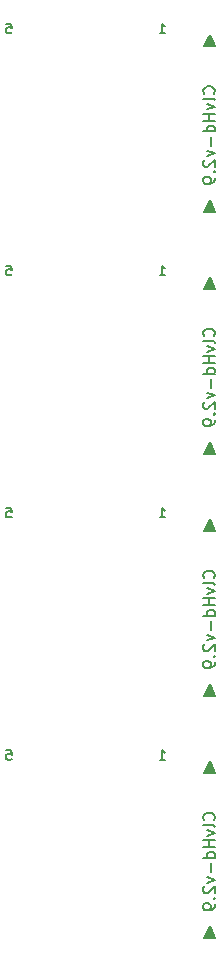
<source format=gbr>
%TF.GenerationSoftware,KiCad,Pcbnew,7.0.2-6a45011f42~172~ubuntu22.04.1*%
%TF.CreationDate,2023-05-08T14:44:33+01:00*%
%TF.ProjectId,panel,70616e65-6c2e-46b6-9963-61645f706362,rev?*%
%TF.SameCoordinates,Original*%
%TF.FileFunction,Legend,Bot*%
%TF.FilePolarity,Positive*%
%FSLAX46Y46*%
G04 Gerber Fmt 4.6, Leading zero omitted, Abs format (unit mm)*
G04 Created by KiCad (PCBNEW 7.0.2-6a45011f42~172~ubuntu22.04.1) date 2023-05-08 14:44:33*
%MOMM*%
%LPD*%
G01*
G04 APERTURE LIST*
%ADD10C,0.127000*%
%ADD11C,0.152400*%
%ADD12C,1.500000*%
%ADD13C,1.000000*%
%ADD14C,0.400000*%
%ADD15C,2.000000*%
G04 APERTURE END LIST*
D10*
X28367382Y-75000002D02*
X28415002Y-74952383D01*
X28415002Y-74952383D02*
X28462621Y-74809526D01*
X28462621Y-74809526D02*
X28462621Y-74714288D01*
X28462621Y-74714288D02*
X28415002Y-74571431D01*
X28415002Y-74571431D02*
X28319763Y-74476193D01*
X28319763Y-74476193D02*
X28224525Y-74428574D01*
X28224525Y-74428574D02*
X28034049Y-74380955D01*
X28034049Y-74380955D02*
X27891192Y-74380955D01*
X27891192Y-74380955D02*
X27700716Y-74428574D01*
X27700716Y-74428574D02*
X27605478Y-74476193D01*
X27605478Y-74476193D02*
X27510240Y-74571431D01*
X27510240Y-74571431D02*
X27462621Y-74714288D01*
X27462621Y-74714288D02*
X27462621Y-74809526D01*
X27462621Y-74809526D02*
X27510240Y-74952383D01*
X27510240Y-74952383D02*
X27557859Y-75000002D01*
X28462621Y-75571431D02*
X28415002Y-75476193D01*
X28415002Y-75476193D02*
X28319763Y-75428574D01*
X28319763Y-75428574D02*
X27462621Y-75428574D01*
X27795954Y-75857146D02*
X28462621Y-76095241D01*
X28462621Y-76095241D02*
X27795954Y-76333336D01*
X28462621Y-76714289D02*
X27462621Y-76714289D01*
X27938811Y-76714289D02*
X27938811Y-77285717D01*
X28462621Y-77285717D02*
X27462621Y-77285717D01*
X28462621Y-78190479D02*
X27462621Y-78190479D01*
X28415002Y-78190479D02*
X28462621Y-78095241D01*
X28462621Y-78095241D02*
X28462621Y-77904765D01*
X28462621Y-77904765D02*
X28415002Y-77809527D01*
X28415002Y-77809527D02*
X28367382Y-77761908D01*
X28367382Y-77761908D02*
X28272144Y-77714289D01*
X28272144Y-77714289D02*
X27986430Y-77714289D01*
X27986430Y-77714289D02*
X27891192Y-77761908D01*
X27891192Y-77761908D02*
X27843573Y-77809527D01*
X27843573Y-77809527D02*
X27795954Y-77904765D01*
X27795954Y-77904765D02*
X27795954Y-78095241D01*
X27795954Y-78095241D02*
X27843573Y-78190479D01*
X28081668Y-78666670D02*
X28081668Y-79428575D01*
X27795954Y-79809527D02*
X28462621Y-80047622D01*
X28462621Y-80047622D02*
X27795954Y-80285717D01*
X27557859Y-80619051D02*
X27510240Y-80666670D01*
X27510240Y-80666670D02*
X27462621Y-80761908D01*
X27462621Y-80761908D02*
X27462621Y-81000003D01*
X27462621Y-81000003D02*
X27510240Y-81095241D01*
X27510240Y-81095241D02*
X27557859Y-81142860D01*
X27557859Y-81142860D02*
X27653097Y-81190479D01*
X27653097Y-81190479D02*
X27748335Y-81190479D01*
X27748335Y-81190479D02*
X27891192Y-81142860D01*
X27891192Y-81142860D02*
X28462621Y-80571432D01*
X28462621Y-80571432D02*
X28462621Y-81190479D01*
X28367382Y-81619051D02*
X28415002Y-81666670D01*
X28415002Y-81666670D02*
X28462621Y-81619051D01*
X28462621Y-81619051D02*
X28415002Y-81571432D01*
X28415002Y-81571432D02*
X28367382Y-81619051D01*
X28367382Y-81619051D02*
X28462621Y-81619051D01*
X28462621Y-82142860D02*
X28462621Y-82333336D01*
X28462621Y-82333336D02*
X28415002Y-82428574D01*
X28415002Y-82428574D02*
X28367382Y-82476193D01*
X28367382Y-82476193D02*
X28224525Y-82571431D01*
X28224525Y-82571431D02*
X28034049Y-82619050D01*
X28034049Y-82619050D02*
X27653097Y-82619050D01*
X27653097Y-82619050D02*
X27557859Y-82571431D01*
X27557859Y-82571431D02*
X27510240Y-82523812D01*
X27510240Y-82523812D02*
X27462621Y-82428574D01*
X27462621Y-82428574D02*
X27462621Y-82238098D01*
X27462621Y-82238098D02*
X27510240Y-82142860D01*
X27510240Y-82142860D02*
X27557859Y-82095241D01*
X27557859Y-82095241D02*
X27653097Y-82047622D01*
X27653097Y-82047622D02*
X27891192Y-82047622D01*
X27891192Y-82047622D02*
X27986430Y-82095241D01*
X27986430Y-82095241D02*
X28034049Y-82142860D01*
X28034049Y-82142860D02*
X28081668Y-82238098D01*
X28081668Y-82238098D02*
X28081668Y-82428574D01*
X28081668Y-82428574D02*
X28034049Y-82523812D01*
X28034049Y-82523812D02*
X27986430Y-82571431D01*
X27986430Y-82571431D02*
X27891192Y-82619050D01*
X28367382Y-54500001D02*
X28415002Y-54452382D01*
X28415002Y-54452382D02*
X28462621Y-54309525D01*
X28462621Y-54309525D02*
X28462621Y-54214287D01*
X28462621Y-54214287D02*
X28415002Y-54071430D01*
X28415002Y-54071430D02*
X28319763Y-53976192D01*
X28319763Y-53976192D02*
X28224525Y-53928573D01*
X28224525Y-53928573D02*
X28034049Y-53880954D01*
X28034049Y-53880954D02*
X27891192Y-53880954D01*
X27891192Y-53880954D02*
X27700716Y-53928573D01*
X27700716Y-53928573D02*
X27605478Y-53976192D01*
X27605478Y-53976192D02*
X27510240Y-54071430D01*
X27510240Y-54071430D02*
X27462621Y-54214287D01*
X27462621Y-54214287D02*
X27462621Y-54309525D01*
X27462621Y-54309525D02*
X27510240Y-54452382D01*
X27510240Y-54452382D02*
X27557859Y-54500001D01*
X28462621Y-55071430D02*
X28415002Y-54976192D01*
X28415002Y-54976192D02*
X28319763Y-54928573D01*
X28319763Y-54928573D02*
X27462621Y-54928573D01*
X27795954Y-55357145D02*
X28462621Y-55595240D01*
X28462621Y-55595240D02*
X27795954Y-55833335D01*
X28462621Y-56214288D02*
X27462621Y-56214288D01*
X27938811Y-56214288D02*
X27938811Y-56785716D01*
X28462621Y-56785716D02*
X27462621Y-56785716D01*
X28462621Y-57690478D02*
X27462621Y-57690478D01*
X28415002Y-57690478D02*
X28462621Y-57595240D01*
X28462621Y-57595240D02*
X28462621Y-57404764D01*
X28462621Y-57404764D02*
X28415002Y-57309526D01*
X28415002Y-57309526D02*
X28367382Y-57261907D01*
X28367382Y-57261907D02*
X28272144Y-57214288D01*
X28272144Y-57214288D02*
X27986430Y-57214288D01*
X27986430Y-57214288D02*
X27891192Y-57261907D01*
X27891192Y-57261907D02*
X27843573Y-57309526D01*
X27843573Y-57309526D02*
X27795954Y-57404764D01*
X27795954Y-57404764D02*
X27795954Y-57595240D01*
X27795954Y-57595240D02*
X27843573Y-57690478D01*
X28081668Y-58166669D02*
X28081668Y-58928574D01*
X27795954Y-59309526D02*
X28462621Y-59547621D01*
X28462621Y-59547621D02*
X27795954Y-59785716D01*
X27557859Y-60119050D02*
X27510240Y-60166669D01*
X27510240Y-60166669D02*
X27462621Y-60261907D01*
X27462621Y-60261907D02*
X27462621Y-60500002D01*
X27462621Y-60500002D02*
X27510240Y-60595240D01*
X27510240Y-60595240D02*
X27557859Y-60642859D01*
X27557859Y-60642859D02*
X27653097Y-60690478D01*
X27653097Y-60690478D02*
X27748335Y-60690478D01*
X27748335Y-60690478D02*
X27891192Y-60642859D01*
X27891192Y-60642859D02*
X28462621Y-60071431D01*
X28462621Y-60071431D02*
X28462621Y-60690478D01*
X28367382Y-61119050D02*
X28415002Y-61166669D01*
X28415002Y-61166669D02*
X28462621Y-61119050D01*
X28462621Y-61119050D02*
X28415002Y-61071431D01*
X28415002Y-61071431D02*
X28367382Y-61119050D01*
X28367382Y-61119050D02*
X28462621Y-61119050D01*
X28462621Y-61642859D02*
X28462621Y-61833335D01*
X28462621Y-61833335D02*
X28415002Y-61928573D01*
X28415002Y-61928573D02*
X28367382Y-61976192D01*
X28367382Y-61976192D02*
X28224525Y-62071430D01*
X28224525Y-62071430D02*
X28034049Y-62119049D01*
X28034049Y-62119049D02*
X27653097Y-62119049D01*
X27653097Y-62119049D02*
X27557859Y-62071430D01*
X27557859Y-62071430D02*
X27510240Y-62023811D01*
X27510240Y-62023811D02*
X27462621Y-61928573D01*
X27462621Y-61928573D02*
X27462621Y-61738097D01*
X27462621Y-61738097D02*
X27510240Y-61642859D01*
X27510240Y-61642859D02*
X27557859Y-61595240D01*
X27557859Y-61595240D02*
X27653097Y-61547621D01*
X27653097Y-61547621D02*
X27891192Y-61547621D01*
X27891192Y-61547621D02*
X27986430Y-61595240D01*
X27986430Y-61595240D02*
X28034049Y-61642859D01*
X28034049Y-61642859D02*
X28081668Y-61738097D01*
X28081668Y-61738097D02*
X28081668Y-61928573D01*
X28081668Y-61928573D02*
X28034049Y-62023811D01*
X28034049Y-62023811D02*
X27986430Y-62071430D01*
X27986430Y-62071430D02*
X27891192Y-62119049D01*
X23767771Y-8376017D02*
X24232228Y-8376017D01*
X24000000Y-8376017D02*
X24000000Y-7563217D01*
X24000000Y-7563217D02*
X24077409Y-7679332D01*
X24077409Y-7679332D02*
X24154819Y-7756741D01*
X24154819Y-7756741D02*
X24232228Y-7795446D01*
X23767771Y-28876018D02*
X24232228Y-28876018D01*
X24000000Y-28876018D02*
X24000000Y-28063218D01*
X24000000Y-28063218D02*
X24077409Y-28179333D01*
X24077409Y-28179333D02*
X24154819Y-28256742D01*
X24154819Y-28256742D02*
X24232228Y-28295447D01*
X10806476Y-48563219D02*
X11193524Y-48563219D01*
X11193524Y-48563219D02*
X11232228Y-48950267D01*
X11232228Y-48950267D02*
X11193524Y-48911562D01*
X11193524Y-48911562D02*
X11116114Y-48872857D01*
X11116114Y-48872857D02*
X10922590Y-48872857D01*
X10922590Y-48872857D02*
X10845181Y-48911562D01*
X10845181Y-48911562D02*
X10806476Y-48950267D01*
X10806476Y-48950267D02*
X10767771Y-49027676D01*
X10767771Y-49027676D02*
X10767771Y-49221200D01*
X10767771Y-49221200D02*
X10806476Y-49298610D01*
X10806476Y-49298610D02*
X10845181Y-49337315D01*
X10845181Y-49337315D02*
X10922590Y-49376019D01*
X10922590Y-49376019D02*
X11116114Y-49376019D01*
X11116114Y-49376019D02*
X11193524Y-49337315D01*
X11193524Y-49337315D02*
X11232228Y-49298610D01*
X28367382Y-13499999D02*
X28415002Y-13452380D01*
X28415002Y-13452380D02*
X28462621Y-13309523D01*
X28462621Y-13309523D02*
X28462621Y-13214285D01*
X28462621Y-13214285D02*
X28415002Y-13071428D01*
X28415002Y-13071428D02*
X28319763Y-12976190D01*
X28319763Y-12976190D02*
X28224525Y-12928571D01*
X28224525Y-12928571D02*
X28034049Y-12880952D01*
X28034049Y-12880952D02*
X27891192Y-12880952D01*
X27891192Y-12880952D02*
X27700716Y-12928571D01*
X27700716Y-12928571D02*
X27605478Y-12976190D01*
X27605478Y-12976190D02*
X27510240Y-13071428D01*
X27510240Y-13071428D02*
X27462621Y-13214285D01*
X27462621Y-13214285D02*
X27462621Y-13309523D01*
X27462621Y-13309523D02*
X27510240Y-13452380D01*
X27510240Y-13452380D02*
X27557859Y-13499999D01*
X28462621Y-14071428D02*
X28415002Y-13976190D01*
X28415002Y-13976190D02*
X28319763Y-13928571D01*
X28319763Y-13928571D02*
X27462621Y-13928571D01*
X27795954Y-14357143D02*
X28462621Y-14595238D01*
X28462621Y-14595238D02*
X27795954Y-14833333D01*
X28462621Y-15214286D02*
X27462621Y-15214286D01*
X27938811Y-15214286D02*
X27938811Y-15785714D01*
X28462621Y-15785714D02*
X27462621Y-15785714D01*
X28462621Y-16690476D02*
X27462621Y-16690476D01*
X28415002Y-16690476D02*
X28462621Y-16595238D01*
X28462621Y-16595238D02*
X28462621Y-16404762D01*
X28462621Y-16404762D02*
X28415002Y-16309524D01*
X28415002Y-16309524D02*
X28367382Y-16261905D01*
X28367382Y-16261905D02*
X28272144Y-16214286D01*
X28272144Y-16214286D02*
X27986430Y-16214286D01*
X27986430Y-16214286D02*
X27891192Y-16261905D01*
X27891192Y-16261905D02*
X27843573Y-16309524D01*
X27843573Y-16309524D02*
X27795954Y-16404762D01*
X27795954Y-16404762D02*
X27795954Y-16595238D01*
X27795954Y-16595238D02*
X27843573Y-16690476D01*
X28081668Y-17166667D02*
X28081668Y-17928572D01*
X27795954Y-18309524D02*
X28462621Y-18547619D01*
X28462621Y-18547619D02*
X27795954Y-18785714D01*
X27557859Y-19119048D02*
X27510240Y-19166667D01*
X27510240Y-19166667D02*
X27462621Y-19261905D01*
X27462621Y-19261905D02*
X27462621Y-19500000D01*
X27462621Y-19500000D02*
X27510240Y-19595238D01*
X27510240Y-19595238D02*
X27557859Y-19642857D01*
X27557859Y-19642857D02*
X27653097Y-19690476D01*
X27653097Y-19690476D02*
X27748335Y-19690476D01*
X27748335Y-19690476D02*
X27891192Y-19642857D01*
X27891192Y-19642857D02*
X28462621Y-19071429D01*
X28462621Y-19071429D02*
X28462621Y-19690476D01*
X28367382Y-20119048D02*
X28415002Y-20166667D01*
X28415002Y-20166667D02*
X28462621Y-20119048D01*
X28462621Y-20119048D02*
X28415002Y-20071429D01*
X28415002Y-20071429D02*
X28367382Y-20119048D01*
X28367382Y-20119048D02*
X28462621Y-20119048D01*
X28462621Y-20642857D02*
X28462621Y-20833333D01*
X28462621Y-20833333D02*
X28415002Y-20928571D01*
X28415002Y-20928571D02*
X28367382Y-20976190D01*
X28367382Y-20976190D02*
X28224525Y-21071428D01*
X28224525Y-21071428D02*
X28034049Y-21119047D01*
X28034049Y-21119047D02*
X27653097Y-21119047D01*
X27653097Y-21119047D02*
X27557859Y-21071428D01*
X27557859Y-21071428D02*
X27510240Y-21023809D01*
X27510240Y-21023809D02*
X27462621Y-20928571D01*
X27462621Y-20928571D02*
X27462621Y-20738095D01*
X27462621Y-20738095D02*
X27510240Y-20642857D01*
X27510240Y-20642857D02*
X27557859Y-20595238D01*
X27557859Y-20595238D02*
X27653097Y-20547619D01*
X27653097Y-20547619D02*
X27891192Y-20547619D01*
X27891192Y-20547619D02*
X27986430Y-20595238D01*
X27986430Y-20595238D02*
X28034049Y-20642857D01*
X28034049Y-20642857D02*
X28081668Y-20738095D01*
X28081668Y-20738095D02*
X28081668Y-20928571D01*
X28081668Y-20928571D02*
X28034049Y-21023809D01*
X28034049Y-21023809D02*
X27986430Y-21071428D01*
X27986430Y-21071428D02*
X27891192Y-21119047D01*
X28367382Y-34000000D02*
X28415002Y-33952381D01*
X28415002Y-33952381D02*
X28462621Y-33809524D01*
X28462621Y-33809524D02*
X28462621Y-33714286D01*
X28462621Y-33714286D02*
X28415002Y-33571429D01*
X28415002Y-33571429D02*
X28319763Y-33476191D01*
X28319763Y-33476191D02*
X28224525Y-33428572D01*
X28224525Y-33428572D02*
X28034049Y-33380953D01*
X28034049Y-33380953D02*
X27891192Y-33380953D01*
X27891192Y-33380953D02*
X27700716Y-33428572D01*
X27700716Y-33428572D02*
X27605478Y-33476191D01*
X27605478Y-33476191D02*
X27510240Y-33571429D01*
X27510240Y-33571429D02*
X27462621Y-33714286D01*
X27462621Y-33714286D02*
X27462621Y-33809524D01*
X27462621Y-33809524D02*
X27510240Y-33952381D01*
X27510240Y-33952381D02*
X27557859Y-34000000D01*
X28462621Y-34571429D02*
X28415002Y-34476191D01*
X28415002Y-34476191D02*
X28319763Y-34428572D01*
X28319763Y-34428572D02*
X27462621Y-34428572D01*
X27795954Y-34857144D02*
X28462621Y-35095239D01*
X28462621Y-35095239D02*
X27795954Y-35333334D01*
X28462621Y-35714287D02*
X27462621Y-35714287D01*
X27938811Y-35714287D02*
X27938811Y-36285715D01*
X28462621Y-36285715D02*
X27462621Y-36285715D01*
X28462621Y-37190477D02*
X27462621Y-37190477D01*
X28415002Y-37190477D02*
X28462621Y-37095239D01*
X28462621Y-37095239D02*
X28462621Y-36904763D01*
X28462621Y-36904763D02*
X28415002Y-36809525D01*
X28415002Y-36809525D02*
X28367382Y-36761906D01*
X28367382Y-36761906D02*
X28272144Y-36714287D01*
X28272144Y-36714287D02*
X27986430Y-36714287D01*
X27986430Y-36714287D02*
X27891192Y-36761906D01*
X27891192Y-36761906D02*
X27843573Y-36809525D01*
X27843573Y-36809525D02*
X27795954Y-36904763D01*
X27795954Y-36904763D02*
X27795954Y-37095239D01*
X27795954Y-37095239D02*
X27843573Y-37190477D01*
X28081668Y-37666668D02*
X28081668Y-38428573D01*
X27795954Y-38809525D02*
X28462621Y-39047620D01*
X28462621Y-39047620D02*
X27795954Y-39285715D01*
X27557859Y-39619049D02*
X27510240Y-39666668D01*
X27510240Y-39666668D02*
X27462621Y-39761906D01*
X27462621Y-39761906D02*
X27462621Y-40000001D01*
X27462621Y-40000001D02*
X27510240Y-40095239D01*
X27510240Y-40095239D02*
X27557859Y-40142858D01*
X27557859Y-40142858D02*
X27653097Y-40190477D01*
X27653097Y-40190477D02*
X27748335Y-40190477D01*
X27748335Y-40190477D02*
X27891192Y-40142858D01*
X27891192Y-40142858D02*
X28462621Y-39571430D01*
X28462621Y-39571430D02*
X28462621Y-40190477D01*
X28367382Y-40619049D02*
X28415002Y-40666668D01*
X28415002Y-40666668D02*
X28462621Y-40619049D01*
X28462621Y-40619049D02*
X28415002Y-40571430D01*
X28415002Y-40571430D02*
X28367382Y-40619049D01*
X28367382Y-40619049D02*
X28462621Y-40619049D01*
X28462621Y-41142858D02*
X28462621Y-41333334D01*
X28462621Y-41333334D02*
X28415002Y-41428572D01*
X28415002Y-41428572D02*
X28367382Y-41476191D01*
X28367382Y-41476191D02*
X28224525Y-41571429D01*
X28224525Y-41571429D02*
X28034049Y-41619048D01*
X28034049Y-41619048D02*
X27653097Y-41619048D01*
X27653097Y-41619048D02*
X27557859Y-41571429D01*
X27557859Y-41571429D02*
X27510240Y-41523810D01*
X27510240Y-41523810D02*
X27462621Y-41428572D01*
X27462621Y-41428572D02*
X27462621Y-41238096D01*
X27462621Y-41238096D02*
X27510240Y-41142858D01*
X27510240Y-41142858D02*
X27557859Y-41095239D01*
X27557859Y-41095239D02*
X27653097Y-41047620D01*
X27653097Y-41047620D02*
X27891192Y-41047620D01*
X27891192Y-41047620D02*
X27986430Y-41095239D01*
X27986430Y-41095239D02*
X28034049Y-41142858D01*
X28034049Y-41142858D02*
X28081668Y-41238096D01*
X28081668Y-41238096D02*
X28081668Y-41428572D01*
X28081668Y-41428572D02*
X28034049Y-41523810D01*
X28034049Y-41523810D02*
X27986430Y-41571429D01*
X27986430Y-41571429D02*
X27891192Y-41619048D01*
X10806476Y-28063218D02*
X11193524Y-28063218D01*
X11193524Y-28063218D02*
X11232228Y-28450266D01*
X11232228Y-28450266D02*
X11193524Y-28411561D01*
X11193524Y-28411561D02*
X11116114Y-28372856D01*
X11116114Y-28372856D02*
X10922590Y-28372856D01*
X10922590Y-28372856D02*
X10845181Y-28411561D01*
X10845181Y-28411561D02*
X10806476Y-28450266D01*
X10806476Y-28450266D02*
X10767771Y-28527675D01*
X10767771Y-28527675D02*
X10767771Y-28721199D01*
X10767771Y-28721199D02*
X10806476Y-28798609D01*
X10806476Y-28798609D02*
X10845181Y-28837314D01*
X10845181Y-28837314D02*
X10922590Y-28876018D01*
X10922590Y-28876018D02*
X11116114Y-28876018D01*
X11116114Y-28876018D02*
X11193524Y-28837314D01*
X11193524Y-28837314D02*
X11232228Y-28798609D01*
X10806476Y-7563217D02*
X11193524Y-7563217D01*
X11193524Y-7563217D02*
X11232228Y-7950265D01*
X11232228Y-7950265D02*
X11193524Y-7911560D01*
X11193524Y-7911560D02*
X11116114Y-7872855D01*
X11116114Y-7872855D02*
X10922590Y-7872855D01*
X10922590Y-7872855D02*
X10845181Y-7911560D01*
X10845181Y-7911560D02*
X10806476Y-7950265D01*
X10806476Y-7950265D02*
X10767771Y-8027674D01*
X10767771Y-8027674D02*
X10767771Y-8221198D01*
X10767771Y-8221198D02*
X10806476Y-8298608D01*
X10806476Y-8298608D02*
X10845181Y-8337313D01*
X10845181Y-8337313D02*
X10922590Y-8376017D01*
X10922590Y-8376017D02*
X11116114Y-8376017D01*
X11116114Y-8376017D02*
X11193524Y-8337313D01*
X11193524Y-8337313D02*
X11232228Y-8298608D01*
X23767771Y-49376019D02*
X24232228Y-49376019D01*
X24000000Y-49376019D02*
X24000000Y-48563219D01*
X24000000Y-48563219D02*
X24077409Y-48679334D01*
X24077409Y-48679334D02*
X24154819Y-48756743D01*
X24154819Y-48756743D02*
X24232228Y-48795448D01*
X23767771Y-69876020D02*
X24232228Y-69876020D01*
X24000000Y-69876020D02*
X24000000Y-69063220D01*
X24000000Y-69063220D02*
X24077409Y-69179335D01*
X24077409Y-69179335D02*
X24154819Y-69256744D01*
X24154819Y-69256744D02*
X24232228Y-69295449D01*
X10806476Y-69063220D02*
X11193524Y-69063220D01*
X11193524Y-69063220D02*
X11232228Y-69450268D01*
X11232228Y-69450268D02*
X11193524Y-69411563D01*
X11193524Y-69411563D02*
X11116114Y-69372858D01*
X11116114Y-69372858D02*
X10922590Y-69372858D01*
X10922590Y-69372858D02*
X10845181Y-69411563D01*
X10845181Y-69411563D02*
X10806476Y-69450268D01*
X10806476Y-69450268D02*
X10767771Y-69527677D01*
X10767771Y-69527677D02*
X10767771Y-69721201D01*
X10767771Y-69721201D02*
X10806476Y-69798611D01*
X10806476Y-69798611D02*
X10845181Y-69837316D01*
X10845181Y-69837316D02*
X10922590Y-69876020D01*
X10922590Y-69876020D02*
X11116114Y-69876020D01*
X11116114Y-69876020D02*
X11193524Y-69837316D01*
X11193524Y-69837316D02*
X11232228Y-69798611D01*
D11*
X28500002Y-64500002D02*
X27500002Y-64500002D01*
X28000002Y-63500002D01*
X28500002Y-64500002D01*
G36*
X28500002Y-64500002D02*
G01*
X27500002Y-64500002D01*
X28000002Y-63500002D01*
X28500002Y-64500002D01*
G37*
X28500002Y-9500000D02*
X27500002Y-9500000D01*
X28000002Y-8500000D01*
X28500002Y-9500000D01*
G36*
X28500002Y-9500000D02*
G01*
X27500002Y-9500000D01*
X28000002Y-8500000D01*
X28500002Y-9500000D01*
G37*
X28500002Y-85000003D02*
X27500002Y-85000003D01*
X28000002Y-84000003D01*
X28500002Y-85000003D01*
G36*
X28500002Y-85000003D02*
G01*
X27500002Y-85000003D01*
X28000002Y-84000003D01*
X28500002Y-85000003D01*
G37*
X28500002Y-44000001D02*
X27500002Y-44000001D01*
X28000002Y-43000001D01*
X28500002Y-44000001D01*
G36*
X28500002Y-44000001D02*
G01*
X27500002Y-44000001D01*
X28000002Y-43000001D01*
X28500002Y-44000001D01*
G37*
X28500002Y-30000001D02*
X27500002Y-30000001D01*
X28000002Y-29000001D01*
X28500002Y-30000001D01*
G36*
X28500002Y-30000001D02*
G01*
X27500002Y-30000001D01*
X28000002Y-29000001D01*
X28500002Y-30000001D01*
G37*
X28500002Y-23500000D02*
X27500002Y-23500000D01*
X28000002Y-22500000D01*
X28500002Y-23500000D01*
G36*
X28500002Y-23500000D02*
G01*
X27500002Y-23500000D01*
X28000002Y-22500000D01*
X28500002Y-23500000D01*
G37*
X28500002Y-50500002D02*
X27500002Y-50500002D01*
X28000002Y-49500002D01*
X28500002Y-50500002D01*
G36*
X28500002Y-50500002D02*
G01*
X27500002Y-50500002D01*
X28000002Y-49500002D01*
X28500002Y-50500002D01*
G37*
X28500002Y-71000003D02*
X27500002Y-71000003D01*
X28000002Y-70000003D01*
X28500002Y-71000003D01*
G36*
X28500002Y-71000003D02*
G01*
X27500002Y-71000003D01*
X28000002Y-70000003D01*
X28500002Y-71000003D01*
G37*
%LPC*%
D12*
X22250001Y-50500003D02*
G75*
G03*
X22250001Y-50500003I-750000J0D01*
G01*
X18250001Y-23000001D02*
G75*
G03*
X18250001Y-23000001I-750000J0D01*
G01*
X14250001Y-84500004D02*
G75*
G03*
X14250001Y-84500004I-750000J0D01*
G01*
X26250001Y-64000003D02*
G75*
G03*
X26250001Y-64000003I-750000J0D01*
G01*
G36*
X16000001Y-30000002D02*
G01*
X19000001Y-30000002D01*
X19000001Y-43500002D01*
X16000001Y-43500002D01*
X16000001Y-30000002D01*
G37*
X14250001Y-64000003D02*
G75*
G03*
X14250001Y-64000003I-750000J0D01*
G01*
X22250001Y-71000004D02*
G75*
G03*
X22250001Y-71000004I-750000J0D01*
G01*
X22250001Y-43500002D02*
G75*
G03*
X22250001Y-43500002I-750000J0D01*
G01*
X10250001Y-43500002D02*
G75*
G03*
X10250001Y-43500002I-750000J0D01*
G01*
X10250001Y-23000001D02*
G75*
G03*
X10250001Y-23000001I-750000J0D01*
G01*
X22250001Y-84500004D02*
G75*
G03*
X22250001Y-84500004I-750000J0D01*
G01*
X22250001Y-23000001D02*
G75*
G03*
X22250001Y-23000001I-750000J0D01*
G01*
G36*
X8000001Y-30000002D02*
G01*
X11000001Y-30000002D01*
X11000001Y-43500002D01*
X8000001Y-43500002D01*
X8000001Y-30000002D01*
G37*
G36*
X12000001Y-30000002D02*
G01*
X15000001Y-30000002D01*
X15000001Y-43500002D01*
X12000001Y-43500002D01*
X12000001Y-30000002D01*
G37*
X22250001Y-64000003D02*
G75*
G03*
X22250001Y-64000003I-750000J0D01*
G01*
X10250001Y-9500001D02*
G75*
G03*
X10250001Y-9500001I-750000J0D01*
G01*
X26250001Y-23000001D02*
G75*
G03*
X26250001Y-23000001I-750000J0D01*
G01*
G36*
X16000001Y-71000004D02*
G01*
X19000001Y-71000004D01*
X19000001Y-84500004D01*
X16000001Y-84500004D01*
X16000001Y-71000004D01*
G37*
G36*
X24000001Y-71000004D02*
G01*
X27000001Y-71000004D01*
X27000001Y-84500004D01*
X24000001Y-84500004D01*
X24000001Y-71000004D01*
G37*
X26250001Y-9500001D02*
G75*
G03*
X26250001Y-9500001I-750000J0D01*
G01*
X10250001Y-30000002D02*
G75*
G03*
X10250001Y-30000002I-750000J0D01*
G01*
X26250001Y-71000004D02*
G75*
G03*
X26250001Y-71000004I-750000J0D01*
G01*
G36*
X12000001Y-50500003D02*
G01*
X15000001Y-50500003D01*
X15000001Y-64000003D01*
X12000001Y-64000003D01*
X12000001Y-50500003D01*
G37*
X14250001Y-71000004D02*
G75*
G03*
X14250001Y-71000004I-750000J0D01*
G01*
G36*
X20000001Y-9500001D02*
G01*
X23000001Y-9500001D01*
X23000001Y-23000001D01*
X20000001Y-23000001D01*
X20000001Y-9500001D01*
G37*
X18250001Y-64000003D02*
G75*
G03*
X18250001Y-64000003I-750000J0D01*
G01*
X10250001Y-71000004D02*
G75*
G03*
X10250001Y-71000004I-750000J0D01*
G01*
X26250001Y-30000002D02*
G75*
G03*
X26250001Y-30000002I-750000J0D01*
G01*
G36*
X24000001Y-50500003D02*
G01*
X27000001Y-50500003D01*
X27000001Y-64000003D01*
X24000001Y-64000003D01*
X24000001Y-50500003D01*
G37*
X10250001Y-50500003D02*
G75*
G03*
X10250001Y-50500003I-750000J0D01*
G01*
X26250001Y-43500002D02*
G75*
G03*
X26250001Y-43500002I-750000J0D01*
G01*
G36*
X24000001Y-30000002D02*
G01*
X27000001Y-30000002D01*
X27000001Y-43500002D01*
X24000001Y-43500002D01*
X24000001Y-30000002D01*
G37*
X18250001Y-84500004D02*
G75*
G03*
X18250001Y-84500004I-750000J0D01*
G01*
X18250001Y-9500001D02*
G75*
G03*
X18250001Y-9500001I-750000J0D01*
G01*
X14250001Y-50500003D02*
G75*
G03*
X14250001Y-50500003I-750000J0D01*
G01*
X22250001Y-30000002D02*
G75*
G03*
X22250001Y-30000002I-750000J0D01*
G01*
X18250001Y-50500003D02*
G75*
G03*
X18250001Y-50500003I-750000J0D01*
G01*
X14250001Y-30000002D02*
G75*
G03*
X14250001Y-30000002I-750000J0D01*
G01*
G36*
X16000001Y-50500003D02*
G01*
X19000001Y-50500003D01*
X19000001Y-64000003D01*
X16000001Y-64000003D01*
X16000001Y-50500003D01*
G37*
G36*
X16000001Y-9500001D02*
G01*
X19000001Y-9500001D01*
X19000001Y-23000001D01*
X16000001Y-23000001D01*
X16000001Y-9500001D01*
G37*
X26250001Y-84500004D02*
G75*
G03*
X26250001Y-84500004I-750000J0D01*
G01*
G36*
X8000001Y-50500003D02*
G01*
X11000001Y-50500003D01*
X11000001Y-64000003D01*
X8000001Y-64000003D01*
X8000001Y-50500003D01*
G37*
X22250001Y-9500001D02*
G75*
G03*
X22250001Y-9500001I-750000J0D01*
G01*
G36*
X20000001Y-50500003D02*
G01*
X23000001Y-50500003D01*
X23000001Y-64000003D01*
X20000001Y-64000003D01*
X20000001Y-50500003D01*
G37*
G36*
X20000001Y-71000004D02*
G01*
X23000001Y-71000004D01*
X23000001Y-84500004D01*
X20000001Y-84500004D01*
X20000001Y-71000004D01*
G37*
X14250001Y-23000001D02*
G75*
G03*
X14250001Y-23000001I-750000J0D01*
G01*
G36*
X12000001Y-71000004D02*
G01*
X15000001Y-71000004D01*
X15000001Y-84500004D01*
X12000001Y-84500004D01*
X12000001Y-71000004D01*
G37*
G36*
X12000001Y-9500001D02*
G01*
X15000001Y-9500001D01*
X15000001Y-23000001D01*
X12000001Y-23000001D01*
X12000001Y-9500001D01*
G37*
X14250001Y-43500002D02*
G75*
G03*
X14250001Y-43500002I-750000J0D01*
G01*
G36*
X8000001Y-71000004D02*
G01*
X11000001Y-71000004D01*
X11000001Y-84500004D01*
X8000001Y-84500004D01*
X8000001Y-71000004D01*
G37*
X10250001Y-64000003D02*
G75*
G03*
X10250001Y-64000003I-750000J0D01*
G01*
G36*
X8000001Y-9500001D02*
G01*
X11000001Y-9500001D01*
X11000001Y-23000001D01*
X8000001Y-23000001D01*
X8000001Y-9500001D01*
G37*
G36*
X20000001Y-30000002D02*
G01*
X23000001Y-30000002D01*
X23000001Y-43500002D01*
X20000001Y-43500002D01*
X20000001Y-30000002D01*
G37*
X14250001Y-9500001D02*
G75*
G03*
X14250001Y-9500001I-750000J0D01*
G01*
X10250001Y-84500004D02*
G75*
G03*
X10250001Y-84500004I-750000J0D01*
G01*
X26250001Y-50500003D02*
G75*
G03*
X26250001Y-50500003I-750000J0D01*
G01*
X18250001Y-30000002D02*
G75*
G03*
X18250001Y-30000002I-750000J0D01*
G01*
X18250001Y-43500002D02*
G75*
G03*
X18250001Y-43500002I-750000J0D01*
G01*
X18250001Y-71000004D02*
G75*
G03*
X18250001Y-71000004I-750000J0D01*
G01*
G36*
X24000001Y-9500001D02*
G01*
X27000001Y-9500001D01*
X27000001Y-23000001D01*
X24000001Y-23000001D01*
X24000001Y-9500001D01*
G37*
D13*
%TO.C,REF\u002A\u002A*%
X9000000Y-91000004D03*
%TD*%
%TO.C,REF\u002A\u002A*%
X27000001Y-3000000D03*
%TD*%
%TO.C,REF\u002A\u002A*%
X9000000Y-3000000D03*
%TD*%
D14*
%TO.C,REF\u002A\u002A*%
X3333334Y-87000004D03*
%TD*%
%TO.C,REF\u002A\u002A*%
X19500000Y-46200002D03*
%TD*%
%TO.C,REF\u002A\u002A*%
X18500000Y-6800001D03*
%TD*%
%TO.C,REF\u002A\u002A*%
X7000000Y-833334D03*
%TD*%
%TO.C,REF\u002A\u002A*%
X18500000Y-87200004D03*
%TD*%
%TO.C,REF\u002A\u002A*%
X18500000Y-25700001D03*
%TD*%
D15*
%TO.C,REF\u002A\u002A*%
X3000000Y-91000004D03*
%TD*%
D14*
%TO.C,REF\u002A\u002A*%
X16500001Y-47800002D03*
%TD*%
%TO.C,REF\u002A\u002A*%
X17500001Y-47800002D03*
%TD*%
%TO.C,REF\u002A\u002A*%
X2500000Y-7000000D03*
%TD*%
%TO.C,REF\u002A\u002A*%
X7000000Y-1666667D03*
%TD*%
%TO.C,REF\u002A\u002A*%
X36000001Y-87000004D03*
%TD*%
%TO.C,REF\u002A\u002A*%
X17500001Y-87200004D03*
%TD*%
%TO.C,REF\u002A\u002A*%
X0Y-87000004D03*
%TD*%
%TO.C,REF\u002A\u002A*%
X833334Y-87000004D03*
%TD*%
%TO.C,REF\u002A\u002A*%
X29000001Y-93166670D03*
%TD*%
%TO.C,REF\u002A\u002A*%
X18500000Y-27300001D03*
%TD*%
%TO.C,REF\u002A\u002A*%
X1666667Y-87000004D03*
%TD*%
%TO.C,REF\u002A\u002A*%
X17500001Y-66700003D03*
%TD*%
%TO.C,REF\u002A\u002A*%
X16500001Y-25700001D03*
%TD*%
%TO.C,REF\u002A\u002A*%
X3333334Y-7000000D03*
%TD*%
%TO.C,REF\u002A\u002A*%
X29000001Y-94000004D03*
%TD*%
%TO.C,REF\u002A\u002A*%
X16500001Y-66700003D03*
%TD*%
%TO.C,REF\u002A\u002A*%
X31000001Y-7000000D03*
%TD*%
%TO.C,REF\u002A\u002A*%
X32666667Y-7000000D03*
%TD*%
%TO.C,REF\u002A\u002A*%
X29000001Y-89833337D03*
%TD*%
%TO.C,REF\u002A\u002A*%
X34333334Y-7000000D03*
%TD*%
%TO.C,REF\u002A\u002A*%
X1666667Y-7000000D03*
%TD*%
%TO.C,REF\u002A\u002A*%
X16500001Y-6800001D03*
%TD*%
%TO.C,REF\u002A\u002A*%
X29000001Y-90666670D03*
%TD*%
%TO.C,REF\u002A\u002A*%
X2500000Y-87000004D03*
%TD*%
%TO.C,REF\u002A\u002A*%
X7000000Y-2500000D03*
%TD*%
%TO.C,REF\u002A\u002A*%
X7000000Y-92333337D03*
%TD*%
%TO.C,REF\u002A\u002A*%
X19500000Y-25700001D03*
%TD*%
%TO.C,REF\u002A\u002A*%
X29000001Y-89000004D03*
%TD*%
%TO.C,REF\u002A\u002A*%
X7000000Y-90666670D03*
%TD*%
%TO.C,REF\u002A\u002A*%
X29000001Y0D03*
%TD*%
%TO.C,REF\u002A\u002A*%
X4166667Y-7000000D03*
%TD*%
%TO.C,REF\u002A\u002A*%
X19500000Y-66700003D03*
%TD*%
%TO.C,REF\u002A\u002A*%
X7000000Y-89833337D03*
%TD*%
%TO.C,REF\u002A\u002A*%
X29000001Y-1666667D03*
%TD*%
D15*
%TO.C,REF\u002A\u002A*%
X3000000Y-3000000D03*
%TD*%
D14*
%TO.C,REF\u002A\u002A*%
X16500001Y-87200004D03*
%TD*%
%TO.C,REF\u002A\u002A*%
X7000000Y-94000004D03*
%TD*%
%TO.C,REF\u002A\u002A*%
X18500000Y-47800002D03*
%TD*%
%TO.C,REF\u002A\u002A*%
X17500001Y-46200002D03*
%TD*%
%TO.C,REF\u002A\u002A*%
X16500001Y-46200002D03*
%TD*%
%TO.C,REF\u002A\u002A*%
X18500000Y-66700003D03*
%TD*%
%TO.C,REF\u002A\u002A*%
X35166667Y-87000004D03*
%TD*%
D15*
%TO.C,REF\u002A\u002A*%
X33000001Y-3000000D03*
%TD*%
D14*
%TO.C,REF\u002A\u002A*%
X17500001Y-6800001D03*
%TD*%
%TO.C,REF\u002A\u002A*%
X19500000Y-47800002D03*
%TD*%
%TO.C,REF\u002A\u002A*%
X17500001Y-68300003D03*
%TD*%
%TO.C,REF\u002A\u002A*%
X34333334Y-87000004D03*
%TD*%
%TO.C,REF\u002A\u002A*%
X36000001Y-7000000D03*
%TD*%
%TO.C,REF\u002A\u002A*%
X19500000Y-68300003D03*
%TD*%
%TO.C,REF\u002A\u002A*%
X19500000Y-27300001D03*
%TD*%
%TO.C,REF\u002A\u002A*%
X33500001Y-87000004D03*
%TD*%
%TO.C,REF\u002A\u002A*%
X17500001Y-27300001D03*
%TD*%
%TO.C,REF\u002A\u002A*%
X29000001Y-3333334D03*
%TD*%
%TO.C,REF\u002A\u002A*%
X833334Y-7000000D03*
%TD*%
%TO.C,REF\u002A\u002A*%
X7000000Y0D03*
%TD*%
%TO.C,REF\u002A\u002A*%
X7000000Y-91500004D03*
%TD*%
%TO.C,REF\u002A\u002A*%
X7000000Y-5000000D03*
%TD*%
%TO.C,REF\u002A\u002A*%
X35166667Y-7000000D03*
%TD*%
%TO.C,REF\u002A\u002A*%
X7000000Y-4166667D03*
%TD*%
%TO.C,REF\u002A\u002A*%
X33500001Y-7000000D03*
%TD*%
%TO.C,REF\u002A\u002A*%
X18500000Y-68300003D03*
%TD*%
%TO.C,REF\u002A\u002A*%
X29000001Y-2500000D03*
%TD*%
%TO.C,REF\u002A\u002A*%
X31833334Y-7000000D03*
%TD*%
%TO.C,REF\u002A\u002A*%
X18500000Y-46200002D03*
%TD*%
%TO.C,REF\u002A\u002A*%
X19500000Y-6800001D03*
%TD*%
%TO.C,REF\u002A\u002A*%
X31833334Y-87000004D03*
%TD*%
%TO.C,REF\u002A\u002A*%
X29000001Y-92333337D03*
%TD*%
%TO.C,REF\u002A\u002A*%
X17500001Y-25700001D03*
%TD*%
%TO.C,REF\u002A\u002A*%
X5000000Y-7000000D03*
%TD*%
%TO.C,REF\u002A\u002A*%
X4166667Y-87000004D03*
%TD*%
%TO.C,REF\u002A\u002A*%
X29000001Y-5000000D03*
%TD*%
%TO.C,REF\u002A\u002A*%
X32666667Y-87000004D03*
%TD*%
%TO.C,REF\u002A\u002A*%
X29000001Y-833334D03*
%TD*%
%TO.C,REF\u002A\u002A*%
X7000000Y-89000004D03*
%TD*%
%TO.C,REF\u002A\u002A*%
X7000000Y-3333334D03*
%TD*%
%TO.C,REF\u002A\u002A*%
X5000000Y-87000004D03*
%TD*%
%TO.C,REF\u002A\u002A*%
X7000000Y-93166670D03*
%TD*%
%TO.C,REF\u002A\u002A*%
X19500000Y-87200004D03*
%TD*%
%TO.C,REF\u002A\u002A*%
X29000001Y-91500004D03*
%TD*%
%TO.C,REF\u002A\u002A*%
X16500001Y-27300001D03*
%TD*%
%TO.C,REF\u002A\u002A*%
X0Y-7000000D03*
%TD*%
%TO.C,REF\u002A\u002A*%
X31000001Y-87000004D03*
%TD*%
%TO.C,REF\u002A\u002A*%
X16500001Y-68300003D03*
%TD*%
%TO.C,REF\u002A\u002A*%
X29000001Y-4166667D03*
%TD*%
%LPD*%
M02*

</source>
